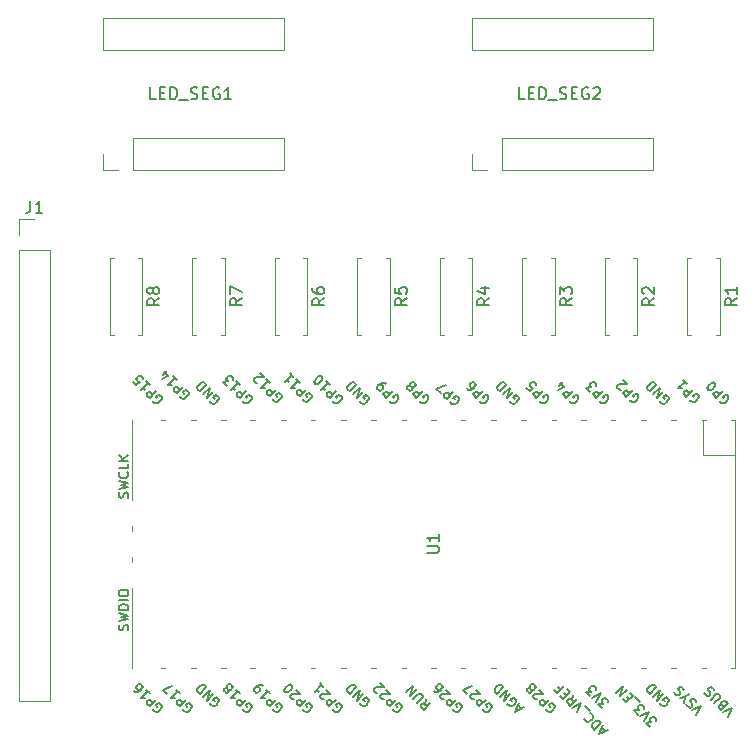
<source format=gto>
%TF.GenerationSoftware,KiCad,Pcbnew,(6.0.4)*%
%TF.CreationDate,2022-08-14T09:33:53+08:00*%
%TF.ProjectId,led_clock_board,6c65645f-636c-46f6-936b-5f626f617264,rev?*%
%TF.SameCoordinates,Original*%
%TF.FileFunction,Legend,Top*%
%TF.FilePolarity,Positive*%
%FSLAX46Y46*%
G04 Gerber Fmt 4.6, Leading zero omitted, Abs format (unit mm)*
G04 Created by KiCad (PCBNEW (6.0.4)) date 2022-08-14 09:33:53*
%MOMM*%
%LPD*%
G01*
G04 APERTURE LIST*
%ADD10C,0.150000*%
%ADD11C,0.120000*%
%ADD12R,1.700000X1.700000*%
%ADD13O,1.700000X1.700000*%
%ADD14C,1.600000*%
%ADD15O,1.600000X1.600000*%
%ADD16O,1.800000X1.800000*%
%ADD17O,1.500000X1.500000*%
%ADD18R,1.700000X3.500000*%
%ADD19R,3.500000X1.700000*%
G04 APERTURE END LIST*
D10*
%TO.C,LED_SEG2*%
X161409428Y-86812380D02*
X160933238Y-86812380D01*
X160933238Y-85812380D01*
X161742761Y-86288571D02*
X162076095Y-86288571D01*
X162218952Y-86812380D02*
X161742761Y-86812380D01*
X161742761Y-85812380D01*
X162218952Y-85812380D01*
X162647523Y-86812380D02*
X162647523Y-85812380D01*
X162885619Y-85812380D01*
X163028476Y-85860000D01*
X163123714Y-85955238D01*
X163171333Y-86050476D01*
X163218952Y-86240952D01*
X163218952Y-86383809D01*
X163171333Y-86574285D01*
X163123714Y-86669523D01*
X163028476Y-86764761D01*
X162885619Y-86812380D01*
X162647523Y-86812380D01*
X163409428Y-86907619D02*
X164171333Y-86907619D01*
X164361809Y-86764761D02*
X164504666Y-86812380D01*
X164742761Y-86812380D01*
X164838000Y-86764761D01*
X164885619Y-86717142D01*
X164933238Y-86621904D01*
X164933238Y-86526666D01*
X164885619Y-86431428D01*
X164838000Y-86383809D01*
X164742761Y-86336190D01*
X164552285Y-86288571D01*
X164457047Y-86240952D01*
X164409428Y-86193333D01*
X164361809Y-86098095D01*
X164361809Y-86002857D01*
X164409428Y-85907619D01*
X164457047Y-85860000D01*
X164552285Y-85812380D01*
X164790380Y-85812380D01*
X164933238Y-85860000D01*
X165361809Y-86288571D02*
X165695142Y-86288571D01*
X165838000Y-86812380D02*
X165361809Y-86812380D01*
X165361809Y-85812380D01*
X165838000Y-85812380D01*
X166790380Y-85860000D02*
X166695142Y-85812380D01*
X166552285Y-85812380D01*
X166409428Y-85860000D01*
X166314190Y-85955238D01*
X166266571Y-86050476D01*
X166218952Y-86240952D01*
X166218952Y-86383809D01*
X166266571Y-86574285D01*
X166314190Y-86669523D01*
X166409428Y-86764761D01*
X166552285Y-86812380D01*
X166647523Y-86812380D01*
X166790380Y-86764761D01*
X166838000Y-86717142D01*
X166838000Y-86383809D01*
X166647523Y-86383809D01*
X167218952Y-85907619D02*
X167266571Y-85860000D01*
X167361809Y-85812380D01*
X167599904Y-85812380D01*
X167695142Y-85860000D01*
X167742761Y-85907619D01*
X167790380Y-86002857D01*
X167790380Y-86098095D01*
X167742761Y-86240952D01*
X167171333Y-86812380D01*
X167790380Y-86812380D01*
%TO.C,R4*%
X158397380Y-103671666D02*
X157921190Y-104005000D01*
X158397380Y-104243095D02*
X157397380Y-104243095D01*
X157397380Y-103862142D01*
X157445000Y-103766904D01*
X157492619Y-103719285D01*
X157587857Y-103671666D01*
X157730714Y-103671666D01*
X157825952Y-103719285D01*
X157873571Y-103766904D01*
X157921190Y-103862142D01*
X157921190Y-104243095D01*
X157730714Y-102814523D02*
X158397380Y-102814523D01*
X157349761Y-103052619D02*
X158064047Y-103290714D01*
X158064047Y-102671666D01*
%TO.C,R3*%
X165382380Y-103671666D02*
X164906190Y-104005000D01*
X165382380Y-104243095D02*
X164382380Y-104243095D01*
X164382380Y-103862142D01*
X164430000Y-103766904D01*
X164477619Y-103719285D01*
X164572857Y-103671666D01*
X164715714Y-103671666D01*
X164810952Y-103719285D01*
X164858571Y-103766904D01*
X164906190Y-103862142D01*
X164906190Y-104243095D01*
X164382380Y-103338333D02*
X164382380Y-102719285D01*
X164763333Y-103052619D01*
X164763333Y-102909761D01*
X164810952Y-102814523D01*
X164858571Y-102766904D01*
X164953809Y-102719285D01*
X165191904Y-102719285D01*
X165287142Y-102766904D01*
X165334761Y-102814523D01*
X165382380Y-102909761D01*
X165382380Y-103195476D01*
X165334761Y-103290714D01*
X165287142Y-103338333D01*
%TO.C,J1*%
X119554666Y-95420380D02*
X119554666Y-96134666D01*
X119507047Y-96277523D01*
X119411809Y-96372761D01*
X119268952Y-96420380D01*
X119173714Y-96420380D01*
X120554666Y-96420380D02*
X119983238Y-96420380D01*
X120268952Y-96420380D02*
X120268952Y-95420380D01*
X120173714Y-95563238D01*
X120078476Y-95658476D01*
X119983238Y-95706095D01*
%TO.C,R1*%
X179352380Y-103671666D02*
X178876190Y-104005000D01*
X179352380Y-104243095D02*
X178352380Y-104243095D01*
X178352380Y-103862142D01*
X178400000Y-103766904D01*
X178447619Y-103719285D01*
X178542857Y-103671666D01*
X178685714Y-103671666D01*
X178780952Y-103719285D01*
X178828571Y-103766904D01*
X178876190Y-103862142D01*
X178876190Y-104243095D01*
X179352380Y-102719285D02*
X179352380Y-103290714D01*
X179352380Y-103005000D02*
X178352380Y-103005000D01*
X178495238Y-103100238D01*
X178590476Y-103195476D01*
X178638095Y-103290714D01*
%TO.C,R6*%
X144427380Y-103671666D02*
X143951190Y-104005000D01*
X144427380Y-104243095D02*
X143427380Y-104243095D01*
X143427380Y-103862142D01*
X143475000Y-103766904D01*
X143522619Y-103719285D01*
X143617857Y-103671666D01*
X143760714Y-103671666D01*
X143855952Y-103719285D01*
X143903571Y-103766904D01*
X143951190Y-103862142D01*
X143951190Y-104243095D01*
X143427380Y-102814523D02*
X143427380Y-103005000D01*
X143475000Y-103100238D01*
X143522619Y-103147857D01*
X143665476Y-103243095D01*
X143855952Y-103290714D01*
X144236904Y-103290714D01*
X144332142Y-103243095D01*
X144379761Y-103195476D01*
X144427380Y-103100238D01*
X144427380Y-102909761D01*
X144379761Y-102814523D01*
X144332142Y-102766904D01*
X144236904Y-102719285D01*
X143998809Y-102719285D01*
X143903571Y-102766904D01*
X143855952Y-102814523D01*
X143808333Y-102909761D01*
X143808333Y-103100238D01*
X143855952Y-103195476D01*
X143903571Y-103243095D01*
X143998809Y-103290714D01*
%TO.C,U1*%
X153122380Y-125221904D02*
X153931904Y-125221904D01*
X154027142Y-125174285D01*
X154074761Y-125126666D01*
X154122380Y-125031428D01*
X154122380Y-124840952D01*
X154074761Y-124745714D01*
X154027142Y-124698095D01*
X153931904Y-124650476D01*
X153122380Y-124650476D01*
X154122380Y-123650476D02*
X154122380Y-124221904D01*
X154122380Y-123936190D02*
X153122380Y-123936190D01*
X153265238Y-124031428D01*
X153360476Y-124126666D01*
X153408095Y-124221904D01*
X147468155Y-112373841D02*
X147495093Y-112454653D01*
X147575905Y-112535465D01*
X147683654Y-112589340D01*
X147791404Y-112589340D01*
X147872216Y-112562402D01*
X148006903Y-112481590D01*
X148087715Y-112400778D01*
X148168528Y-112266091D01*
X148195465Y-112185279D01*
X148195465Y-112077529D01*
X148141590Y-111969780D01*
X148087715Y-111915905D01*
X147979966Y-111862030D01*
X147926091Y-111862030D01*
X147737529Y-112050592D01*
X147845279Y-112158341D01*
X147737529Y-111565719D02*
X147171844Y-112131404D01*
X147414280Y-111242470D01*
X146848595Y-111808155D01*
X147144906Y-110973096D02*
X146579221Y-111538781D01*
X146444534Y-111404094D01*
X146390659Y-111296345D01*
X146390659Y-111188595D01*
X146417597Y-111107783D01*
X146498409Y-110973096D01*
X146579221Y-110892284D01*
X146713908Y-110811471D01*
X146794720Y-110784534D01*
X146902470Y-110784534D01*
X147010219Y-110838409D01*
X147144906Y-110973096D01*
X172028308Y-139937868D02*
X171678122Y-139587682D01*
X172082183Y-139560744D01*
X172001370Y-139479932D01*
X171974433Y-139399120D01*
X171974433Y-139345245D01*
X172001370Y-139264433D01*
X172136057Y-139129746D01*
X172216870Y-139102809D01*
X172270744Y-139102809D01*
X172351557Y-139129746D01*
X172513181Y-139291370D01*
X172540118Y-139372183D01*
X172540118Y-139426057D01*
X171516497Y-139426057D02*
X171893621Y-138671810D01*
X171139374Y-139048934D01*
X171004687Y-138914247D02*
X170654500Y-138564061D01*
X171058561Y-138537123D01*
X170977749Y-138456311D01*
X170950812Y-138375499D01*
X170950812Y-138321624D01*
X170977749Y-138240812D01*
X171112436Y-138106125D01*
X171193248Y-138079187D01*
X171247123Y-138079187D01*
X171327935Y-138106125D01*
X171489560Y-138267749D01*
X171516497Y-138348561D01*
X171516497Y-138402436D01*
X171166311Y-137836751D02*
X170735312Y-137405752D01*
X170250439Y-137621251D02*
X170061877Y-137432690D01*
X170277377Y-137055566D02*
X170546751Y-137324940D01*
X169981065Y-137890625D01*
X169711691Y-137621251D01*
X170034940Y-136813129D02*
X169469255Y-137378815D01*
X169711691Y-136489881D01*
X169146006Y-137055566D01*
X178597309Y-139106870D02*
X178974433Y-138352622D01*
X178220186Y-138729746D01*
X178112436Y-138083248D02*
X178058561Y-137975499D01*
X178058561Y-137921624D01*
X178085499Y-137840812D01*
X178166311Y-137759999D01*
X178247123Y-137733062D01*
X178300998Y-137733062D01*
X178381810Y-137759999D01*
X178597309Y-137975499D01*
X178031624Y-138541184D01*
X177843062Y-138352622D01*
X177816125Y-138271810D01*
X177816125Y-138217935D01*
X177843062Y-138137123D01*
X177896937Y-138083248D01*
X177977749Y-138056311D01*
X178031624Y-138056311D01*
X178112436Y-138083248D01*
X178300998Y-138271810D01*
X177465938Y-137975499D02*
X177923874Y-137517563D01*
X177950812Y-137436751D01*
X177950812Y-137382876D01*
X177923874Y-137302064D01*
X177816125Y-137194314D01*
X177735312Y-137167377D01*
X177681438Y-137167377D01*
X177600625Y-137194314D01*
X177142690Y-137652250D01*
X177439001Y-136871065D02*
X177385126Y-136763316D01*
X177250439Y-136628629D01*
X177169627Y-136601691D01*
X177115752Y-136601691D01*
X177034940Y-136628629D01*
X176981065Y-136682503D01*
X176954128Y-136763316D01*
X176954128Y-136817190D01*
X176981065Y-136898003D01*
X177061877Y-137032690D01*
X177088815Y-137113502D01*
X177088815Y-137167377D01*
X177061877Y-137248189D01*
X177008003Y-137302064D01*
X176927190Y-137329001D01*
X176873316Y-137329001D01*
X176792503Y-137302064D01*
X176657816Y-137167377D01*
X176603942Y-137059627D01*
X145160592Y-138470277D02*
X145187529Y-138551089D01*
X145268341Y-138631902D01*
X145376091Y-138685776D01*
X145483841Y-138685776D01*
X145564653Y-138658839D01*
X145699340Y-138578027D01*
X145780152Y-138497215D01*
X145860964Y-138362528D01*
X145887902Y-138281715D01*
X145887902Y-138173966D01*
X145834027Y-138066216D01*
X145780152Y-138012341D01*
X145672402Y-137958467D01*
X145618528Y-137958467D01*
X145429966Y-138147028D01*
X145537715Y-138254778D01*
X145429966Y-137662155D02*
X144864280Y-138227841D01*
X144648781Y-138012341D01*
X144621844Y-137931529D01*
X144621844Y-137877654D01*
X144648781Y-137796842D01*
X144729593Y-137716030D01*
X144810406Y-137689093D01*
X144864280Y-137689093D01*
X144945093Y-137716030D01*
X145160592Y-137931529D01*
X144379407Y-137635218D02*
X144325532Y-137635218D01*
X144244720Y-137608280D01*
X144110033Y-137473593D01*
X144083096Y-137392781D01*
X144083096Y-137338906D01*
X144110033Y-137258094D01*
X144163908Y-137204219D01*
X144271658Y-137150345D01*
X144918155Y-137150345D01*
X144567969Y-136800158D01*
X144029221Y-136261410D02*
X144352470Y-136584659D01*
X144190845Y-136423035D02*
X143625160Y-136988720D01*
X143759847Y-136961783D01*
X143867597Y-136961783D01*
X143948409Y-136988720D01*
X147468155Y-137973841D02*
X147495093Y-138054653D01*
X147575905Y-138135465D01*
X147683654Y-138189340D01*
X147791404Y-138189340D01*
X147872216Y-138162402D01*
X148006903Y-138081590D01*
X148087715Y-138000778D01*
X148168528Y-137866091D01*
X148195465Y-137785279D01*
X148195465Y-137677529D01*
X148141590Y-137569780D01*
X148087715Y-137515905D01*
X147979966Y-137462030D01*
X147926091Y-137462030D01*
X147737529Y-137650592D01*
X147845279Y-137758341D01*
X147737529Y-137165719D02*
X147171844Y-137731404D01*
X147414280Y-136842470D01*
X146848595Y-137408155D01*
X147144906Y-136573096D02*
X146579221Y-137138781D01*
X146444534Y-137004094D01*
X146390659Y-136896345D01*
X146390659Y-136788595D01*
X146417597Y-136707783D01*
X146498409Y-136573096D01*
X146579221Y-136492284D01*
X146713908Y-136411471D01*
X146794720Y-136384534D01*
X146902470Y-136384534D01*
X147010219Y-136438409D01*
X147144906Y-136573096D01*
X132470592Y-138470277D02*
X132497529Y-138551089D01*
X132578341Y-138631902D01*
X132686091Y-138685776D01*
X132793841Y-138685776D01*
X132874653Y-138658839D01*
X133009340Y-138578027D01*
X133090152Y-138497215D01*
X133170964Y-138362528D01*
X133197902Y-138281715D01*
X133197902Y-138173966D01*
X133144027Y-138066216D01*
X133090152Y-138012341D01*
X132982402Y-137958467D01*
X132928528Y-137958467D01*
X132739966Y-138147028D01*
X132847715Y-138254778D01*
X132739966Y-137662155D02*
X132174280Y-138227841D01*
X131958781Y-138012341D01*
X131931844Y-137931529D01*
X131931844Y-137877654D01*
X131958781Y-137796842D01*
X132039593Y-137716030D01*
X132120406Y-137689093D01*
X132174280Y-137689093D01*
X132255093Y-137716030D01*
X132470592Y-137931529D01*
X131877969Y-136800158D02*
X132201218Y-137123407D01*
X132039593Y-136961783D02*
X131473908Y-137527468D01*
X131608595Y-137500531D01*
X131716345Y-137500531D01*
X131797157Y-137527468D01*
X131123722Y-137177282D02*
X130746598Y-136800158D01*
X131554720Y-136476910D01*
X142630592Y-112208277D02*
X142657529Y-112289089D01*
X142738341Y-112369902D01*
X142846091Y-112423776D01*
X142953841Y-112423776D01*
X143034653Y-112396839D01*
X143169340Y-112316027D01*
X143250152Y-112235215D01*
X143330964Y-112100528D01*
X143357902Y-112019715D01*
X143357902Y-111911966D01*
X143304027Y-111804216D01*
X143250152Y-111750341D01*
X143142402Y-111696467D01*
X143088528Y-111696467D01*
X142899966Y-111885028D01*
X143007715Y-111992778D01*
X142899966Y-111400155D02*
X142334280Y-111965841D01*
X142118781Y-111750341D01*
X142091844Y-111669529D01*
X142091844Y-111615654D01*
X142118781Y-111534842D01*
X142199593Y-111454030D01*
X142280406Y-111427093D01*
X142334280Y-111427093D01*
X142415093Y-111454030D01*
X142630592Y-111669529D01*
X142037969Y-110538158D02*
X142361218Y-110861407D01*
X142199593Y-110699783D02*
X141633908Y-111265468D01*
X141768595Y-111238531D01*
X141876345Y-111238531D01*
X141957157Y-111265468D01*
X141499221Y-109999410D02*
X141822470Y-110322659D01*
X141660845Y-110161035D02*
X141095160Y-110726720D01*
X141229847Y-110699783D01*
X141337597Y-110699783D01*
X141418409Y-110726720D01*
X134768155Y-112373841D02*
X134795093Y-112454653D01*
X134875905Y-112535465D01*
X134983654Y-112589340D01*
X135091404Y-112589340D01*
X135172216Y-112562402D01*
X135306903Y-112481590D01*
X135387715Y-112400778D01*
X135468528Y-112266091D01*
X135495465Y-112185279D01*
X135495465Y-112077529D01*
X135441590Y-111969780D01*
X135387715Y-111915905D01*
X135279966Y-111862030D01*
X135226091Y-111862030D01*
X135037529Y-112050592D01*
X135145279Y-112158341D01*
X135037529Y-111565719D02*
X134471844Y-112131404D01*
X134714280Y-111242470D01*
X134148595Y-111808155D01*
X134444906Y-110973096D02*
X133879221Y-111538781D01*
X133744534Y-111404094D01*
X133690659Y-111296345D01*
X133690659Y-111188595D01*
X133717597Y-111107783D01*
X133798409Y-110973096D01*
X133879221Y-110892284D01*
X134013908Y-110811471D01*
X134094720Y-110784534D01*
X134202470Y-110784534D01*
X134310219Y-110838409D01*
X134444906Y-110973096D01*
X162681218Y-112346903D02*
X162708155Y-112427715D01*
X162788967Y-112508528D01*
X162896717Y-112562402D01*
X163004467Y-112562402D01*
X163085279Y-112535465D01*
X163219966Y-112454653D01*
X163300778Y-112373841D01*
X163381590Y-112239154D01*
X163408528Y-112158341D01*
X163408528Y-112050592D01*
X163354653Y-111942842D01*
X163300778Y-111888967D01*
X163193028Y-111835093D01*
X163139154Y-111835093D01*
X162950592Y-112023654D01*
X163058341Y-112131404D01*
X162950592Y-111538781D02*
X162384906Y-112104467D01*
X162169407Y-111888967D01*
X162142470Y-111808155D01*
X162142470Y-111754280D01*
X162169407Y-111673468D01*
X162250219Y-111592656D01*
X162331032Y-111565719D01*
X162384906Y-111565719D01*
X162465719Y-111592656D01*
X162681218Y-111808155D01*
X161549847Y-111269407D02*
X161819221Y-111538781D01*
X162115532Y-111296345D01*
X162061658Y-111296345D01*
X161980845Y-111269407D01*
X161846158Y-111134720D01*
X161819221Y-111053908D01*
X161819221Y-111000033D01*
X161846158Y-110919221D01*
X161980845Y-110784534D01*
X162061658Y-110757597D01*
X162115532Y-110757597D01*
X162196345Y-110784534D01*
X162331032Y-110919221D01*
X162357969Y-111000033D01*
X162357969Y-111053908D01*
X132216592Y-111954277D02*
X132243529Y-112035089D01*
X132324341Y-112115902D01*
X132432091Y-112169776D01*
X132539841Y-112169776D01*
X132620653Y-112142839D01*
X132755340Y-112062027D01*
X132836152Y-111981215D01*
X132916964Y-111846528D01*
X132943902Y-111765715D01*
X132943902Y-111657966D01*
X132890027Y-111550216D01*
X132836152Y-111496341D01*
X132728402Y-111442467D01*
X132674528Y-111442467D01*
X132485966Y-111631028D01*
X132593715Y-111738778D01*
X132485966Y-111146155D02*
X131920280Y-111711841D01*
X131704781Y-111496341D01*
X131677844Y-111415529D01*
X131677844Y-111361654D01*
X131704781Y-111280842D01*
X131785593Y-111200030D01*
X131866406Y-111173093D01*
X131920280Y-111173093D01*
X132001093Y-111200030D01*
X132216592Y-111415529D01*
X131623969Y-110284158D02*
X131947218Y-110607407D01*
X131785593Y-110445783D02*
X131219908Y-111011468D01*
X131354595Y-110984531D01*
X131462345Y-110984531D01*
X131543157Y-111011468D01*
X130761972Y-110176409D02*
X131139096Y-109799285D01*
X130681160Y-110526595D02*
X131219908Y-110257221D01*
X130869722Y-109907035D01*
X129930592Y-112362277D02*
X129957529Y-112443089D01*
X130038341Y-112523902D01*
X130146091Y-112577776D01*
X130253841Y-112577776D01*
X130334653Y-112550839D01*
X130469340Y-112470027D01*
X130550152Y-112389215D01*
X130630964Y-112254528D01*
X130657902Y-112173715D01*
X130657902Y-112065966D01*
X130604027Y-111958216D01*
X130550152Y-111904341D01*
X130442402Y-111850467D01*
X130388528Y-111850467D01*
X130199966Y-112039028D01*
X130307715Y-112146778D01*
X130199966Y-111554155D02*
X129634280Y-112119841D01*
X129418781Y-111904341D01*
X129391844Y-111823529D01*
X129391844Y-111769654D01*
X129418781Y-111688842D01*
X129499593Y-111608030D01*
X129580406Y-111581093D01*
X129634280Y-111581093D01*
X129715093Y-111608030D01*
X129930592Y-111823529D01*
X129337969Y-110692158D02*
X129661218Y-111015407D01*
X129499593Y-110853783D02*
X128933908Y-111419468D01*
X129068595Y-111392531D01*
X129176345Y-111392531D01*
X129257157Y-111419468D01*
X128260473Y-110746033D02*
X128529847Y-111015407D01*
X128826158Y-110772971D01*
X128772284Y-110772971D01*
X128691471Y-110746033D01*
X128556784Y-110611346D01*
X128529847Y-110530534D01*
X128529847Y-110476659D01*
X128556784Y-110395847D01*
X128691471Y-110261160D01*
X128772284Y-110234223D01*
X128826158Y-110234223D01*
X128906971Y-110261160D01*
X129041658Y-110395847D01*
X129068595Y-110476659D01*
X129068595Y-110530534D01*
X140090592Y-138470277D02*
X140117529Y-138551089D01*
X140198341Y-138631902D01*
X140306091Y-138685776D01*
X140413841Y-138685776D01*
X140494653Y-138658839D01*
X140629340Y-138578027D01*
X140710152Y-138497215D01*
X140790964Y-138362528D01*
X140817902Y-138281715D01*
X140817902Y-138173966D01*
X140764027Y-138066216D01*
X140710152Y-138012341D01*
X140602402Y-137958467D01*
X140548528Y-137958467D01*
X140359966Y-138147028D01*
X140467715Y-138254778D01*
X140359966Y-137662155D02*
X139794280Y-138227841D01*
X139578781Y-138012341D01*
X139551844Y-137931529D01*
X139551844Y-137877654D01*
X139578781Y-137796842D01*
X139659593Y-137716030D01*
X139740406Y-137689093D01*
X139794280Y-137689093D01*
X139875093Y-137716030D01*
X140090592Y-137931529D01*
X139497969Y-136800158D02*
X139821218Y-137123407D01*
X139659593Y-136961783D02*
X139093908Y-137527468D01*
X139228595Y-137500531D01*
X139336345Y-137500531D01*
X139417157Y-137527468D01*
X139228595Y-136530784D02*
X139120845Y-136423035D01*
X139040033Y-136396097D01*
X138986158Y-136396097D01*
X138851471Y-136423035D01*
X138716784Y-136503847D01*
X138501285Y-136719346D01*
X138474348Y-136800158D01*
X138474348Y-136854033D01*
X138501285Y-136934845D01*
X138609035Y-137042595D01*
X138689847Y-137069532D01*
X138743722Y-137069532D01*
X138824534Y-137042595D01*
X138959221Y-136907908D01*
X138986158Y-136827096D01*
X138986158Y-136773221D01*
X138959221Y-136692409D01*
X138851471Y-136584659D01*
X138770659Y-136557722D01*
X138716784Y-136557722D01*
X138635972Y-136584659D01*
X142630592Y-138470277D02*
X142657529Y-138551089D01*
X142738341Y-138631902D01*
X142846091Y-138685776D01*
X142953841Y-138685776D01*
X143034653Y-138658839D01*
X143169340Y-138578027D01*
X143250152Y-138497215D01*
X143330964Y-138362528D01*
X143357902Y-138281715D01*
X143357902Y-138173966D01*
X143304027Y-138066216D01*
X143250152Y-138012341D01*
X143142402Y-137958467D01*
X143088528Y-137958467D01*
X142899966Y-138147028D01*
X143007715Y-138254778D01*
X142899966Y-137662155D02*
X142334280Y-138227841D01*
X142118781Y-138012341D01*
X142091844Y-137931529D01*
X142091844Y-137877654D01*
X142118781Y-137796842D01*
X142199593Y-137716030D01*
X142280406Y-137689093D01*
X142334280Y-137689093D01*
X142415093Y-137716030D01*
X142630592Y-137931529D01*
X141849407Y-137635218D02*
X141795532Y-137635218D01*
X141714720Y-137608280D01*
X141580033Y-137473593D01*
X141553096Y-137392781D01*
X141553096Y-137338906D01*
X141580033Y-137258094D01*
X141633908Y-137204219D01*
X141741658Y-137150345D01*
X142388155Y-137150345D01*
X142037969Y-136800158D01*
X141122097Y-137015658D02*
X141068223Y-136961783D01*
X141041285Y-136880971D01*
X141041285Y-136827096D01*
X141068223Y-136746284D01*
X141149035Y-136611597D01*
X141283722Y-136476910D01*
X141418409Y-136396097D01*
X141499221Y-136369160D01*
X141553096Y-136369160D01*
X141633908Y-136396097D01*
X141687783Y-136449972D01*
X141714720Y-136530784D01*
X141714720Y-136584659D01*
X141687783Y-136665471D01*
X141606971Y-136800158D01*
X141472284Y-136934845D01*
X141337597Y-137015658D01*
X141256784Y-137042595D01*
X141202910Y-137042595D01*
X141122097Y-137015658D01*
X137550592Y-112362277D02*
X137577529Y-112443089D01*
X137658341Y-112523902D01*
X137766091Y-112577776D01*
X137873841Y-112577776D01*
X137954653Y-112550839D01*
X138089340Y-112470027D01*
X138170152Y-112389215D01*
X138250964Y-112254528D01*
X138277902Y-112173715D01*
X138277902Y-112065966D01*
X138224027Y-111958216D01*
X138170152Y-111904341D01*
X138062402Y-111850467D01*
X138008528Y-111850467D01*
X137819966Y-112039028D01*
X137927715Y-112146778D01*
X137819966Y-111554155D02*
X137254280Y-112119841D01*
X137038781Y-111904341D01*
X137011844Y-111823529D01*
X137011844Y-111769654D01*
X137038781Y-111688842D01*
X137119593Y-111608030D01*
X137200406Y-111581093D01*
X137254280Y-111581093D01*
X137335093Y-111608030D01*
X137550592Y-111823529D01*
X136957969Y-110692158D02*
X137281218Y-111015407D01*
X137119593Y-110853783D02*
X136553908Y-111419468D01*
X136688595Y-111392531D01*
X136796345Y-111392531D01*
X136877157Y-111419468D01*
X136203722Y-111069282D02*
X135853536Y-110719096D01*
X136257597Y-110692158D01*
X136176784Y-110611346D01*
X136149847Y-110530534D01*
X136149847Y-110476659D01*
X136176784Y-110395847D01*
X136311471Y-110261160D01*
X136392284Y-110234223D01*
X136446158Y-110234223D01*
X136526971Y-110261160D01*
X136688595Y-110422784D01*
X136715532Y-110503597D01*
X136715532Y-110557471D01*
X168203773Y-140305211D02*
X167934399Y-140035837D01*
X168419272Y-140197462D02*
X167665025Y-140574585D01*
X168042149Y-139820338D01*
X167853587Y-139631776D02*
X167287902Y-140197462D01*
X167153215Y-140062775D01*
X167099340Y-139955025D01*
X167099340Y-139847276D01*
X167126277Y-139766463D01*
X167207089Y-139631776D01*
X167287902Y-139550964D01*
X167422589Y-139470152D01*
X167503401Y-139443215D01*
X167611150Y-139443215D01*
X167718900Y-139497089D01*
X167853587Y-139631776D01*
X166910778Y-138796717D02*
X166964653Y-138796717D01*
X167072402Y-138850592D01*
X167126277Y-138904467D01*
X167180152Y-139012216D01*
X167180152Y-139119966D01*
X167153215Y-139200778D01*
X167072402Y-139335465D01*
X166991590Y-139416277D01*
X166856903Y-139497089D01*
X166776091Y-139524027D01*
X166668341Y-139524027D01*
X166560592Y-139470152D01*
X166506717Y-139416277D01*
X166452842Y-139308528D01*
X166452842Y-139254653D01*
X166910778Y-138581218D02*
X166479780Y-138150219D01*
X165806345Y-138715905D02*
X166183468Y-137961658D01*
X165429221Y-138338781D01*
X165483096Y-137261285D02*
X165402284Y-137719221D01*
X165806345Y-137584534D02*
X165240659Y-138150219D01*
X165025160Y-137934720D01*
X164998223Y-137853908D01*
X164998223Y-137800033D01*
X165025160Y-137719221D01*
X165105972Y-137638409D01*
X165186784Y-137611471D01*
X165240659Y-137611471D01*
X165321471Y-137638409D01*
X165536971Y-137853908D01*
X164944348Y-137315160D02*
X164755786Y-137126598D01*
X164971285Y-136749475D02*
X165240659Y-137018849D01*
X164674974Y-137584534D01*
X164405600Y-137315160D01*
X164243975Y-136614788D02*
X164432537Y-136803349D01*
X164728849Y-136507038D02*
X164163163Y-137072723D01*
X163893789Y-136803349D01*
X175919966Y-138939526D02*
X176297089Y-138185279D01*
X175542842Y-138562402D01*
X175919966Y-137862030D02*
X175866091Y-137754280D01*
X175731404Y-137619593D01*
X175650592Y-137592656D01*
X175596717Y-137592656D01*
X175515905Y-137619593D01*
X175462030Y-137673468D01*
X175435093Y-137754280D01*
X175435093Y-137808155D01*
X175462030Y-137888967D01*
X175542842Y-138023654D01*
X175569780Y-138104467D01*
X175569780Y-138158341D01*
X175542842Y-138239154D01*
X175488967Y-138293028D01*
X175408155Y-138319966D01*
X175354280Y-138319966D01*
X175273468Y-138293028D01*
X175138781Y-138158341D01*
X175084906Y-138050592D01*
X175004094Y-137431032D02*
X175273468Y-137161658D01*
X174896345Y-137915905D02*
X175004094Y-137431032D01*
X174519221Y-137538781D01*
X174896345Y-136838409D02*
X174842470Y-136730659D01*
X174707783Y-136595972D01*
X174626971Y-136569035D01*
X174573096Y-136569035D01*
X174492284Y-136595972D01*
X174438409Y-136649847D01*
X174411471Y-136730659D01*
X174411471Y-136784534D01*
X174438409Y-136865346D01*
X174519221Y-137000033D01*
X174546158Y-137080845D01*
X174546158Y-137134720D01*
X174519221Y-137215532D01*
X174465346Y-137269407D01*
X174384534Y-137296345D01*
X174330659Y-137296345D01*
X174249847Y-137269407D01*
X174115160Y-137134720D01*
X174061285Y-137026971D01*
X160168155Y-112373841D02*
X160195093Y-112454653D01*
X160275905Y-112535465D01*
X160383654Y-112589340D01*
X160491404Y-112589340D01*
X160572216Y-112562402D01*
X160706903Y-112481590D01*
X160787715Y-112400778D01*
X160868528Y-112266091D01*
X160895465Y-112185279D01*
X160895465Y-112077529D01*
X160841590Y-111969780D01*
X160787715Y-111915905D01*
X160679966Y-111862030D01*
X160626091Y-111862030D01*
X160437529Y-112050592D01*
X160545279Y-112158341D01*
X160437529Y-111565719D02*
X159871844Y-112131404D01*
X160114280Y-111242470D01*
X159548595Y-111808155D01*
X159844906Y-110973096D02*
X159279221Y-111538781D01*
X159144534Y-111404094D01*
X159090659Y-111296345D01*
X159090659Y-111188595D01*
X159117597Y-111107783D01*
X159198409Y-110973096D01*
X159279221Y-110892284D01*
X159413908Y-110811471D01*
X159494720Y-110784534D01*
X159602470Y-110784534D01*
X159710219Y-110838409D01*
X159844906Y-110973096D01*
X172868155Y-137973841D02*
X172895093Y-138054653D01*
X172975905Y-138135465D01*
X173083654Y-138189340D01*
X173191404Y-138189340D01*
X173272216Y-138162402D01*
X173406903Y-138081590D01*
X173487715Y-138000778D01*
X173568528Y-137866091D01*
X173595465Y-137785279D01*
X173595465Y-137677529D01*
X173541590Y-137569780D01*
X173487715Y-137515905D01*
X173379966Y-137462030D01*
X173326091Y-137462030D01*
X173137529Y-137650592D01*
X173245279Y-137758341D01*
X173137529Y-137165719D02*
X172571844Y-137731404D01*
X172814280Y-136842470D01*
X172248595Y-137408155D01*
X172544906Y-136573096D02*
X171979221Y-137138781D01*
X171844534Y-137004094D01*
X171790659Y-136896345D01*
X171790659Y-136788595D01*
X171817597Y-136707783D01*
X171898409Y-136573096D01*
X171979221Y-136492284D01*
X172113908Y-136411471D01*
X172194720Y-136384534D01*
X172302470Y-136384534D01*
X172410219Y-136438409D01*
X172544906Y-136573096D01*
X153073435Y-137621624D02*
X152992622Y-138079560D01*
X153396683Y-137944873D02*
X152830998Y-138510558D01*
X152615499Y-138295059D01*
X152588561Y-138214247D01*
X152588561Y-138160372D01*
X152615499Y-138079560D01*
X152696311Y-137998748D01*
X152777123Y-137971810D01*
X152830998Y-137971810D01*
X152911810Y-137998748D01*
X153127309Y-138214247D01*
X152265312Y-137944873D02*
X152723248Y-137486937D01*
X152750186Y-137406125D01*
X152750186Y-137352250D01*
X152723248Y-137271438D01*
X152615499Y-137163688D01*
X152534687Y-137136751D01*
X152480812Y-137136751D01*
X152400000Y-137163688D01*
X151942064Y-137621624D01*
X152238375Y-136786564D02*
X151672690Y-137352250D01*
X151915126Y-136463316D01*
X151349441Y-137029001D01*
X152521218Y-112346903D02*
X152548155Y-112427715D01*
X152628967Y-112508528D01*
X152736717Y-112562402D01*
X152844467Y-112562402D01*
X152925279Y-112535465D01*
X153059966Y-112454653D01*
X153140778Y-112373841D01*
X153221590Y-112239154D01*
X153248528Y-112158341D01*
X153248528Y-112050592D01*
X153194653Y-111942842D01*
X153140778Y-111888967D01*
X153033028Y-111835093D01*
X152979154Y-111835093D01*
X152790592Y-112023654D01*
X152898341Y-112131404D01*
X152790592Y-111538781D02*
X152224906Y-112104467D01*
X152009407Y-111888967D01*
X151982470Y-111808155D01*
X151982470Y-111754280D01*
X152009407Y-111673468D01*
X152090219Y-111592656D01*
X152171032Y-111565719D01*
X152224906Y-111565719D01*
X152305719Y-111592656D01*
X152521218Y-111808155D01*
X151820845Y-111215532D02*
X151847783Y-111296345D01*
X151847783Y-111350219D01*
X151820845Y-111431032D01*
X151793908Y-111457969D01*
X151713096Y-111484906D01*
X151659221Y-111484906D01*
X151578409Y-111457969D01*
X151470659Y-111350219D01*
X151443722Y-111269407D01*
X151443722Y-111215532D01*
X151470659Y-111134720D01*
X151497597Y-111107783D01*
X151578409Y-111080845D01*
X151632284Y-111080845D01*
X151713096Y-111107783D01*
X151820845Y-111215532D01*
X151901658Y-111242470D01*
X151955532Y-111242470D01*
X152036345Y-111215532D01*
X152144094Y-111107783D01*
X152171032Y-111026971D01*
X152171032Y-110973096D01*
X152144094Y-110892284D01*
X152036345Y-110784534D01*
X151955532Y-110757597D01*
X151901658Y-110757597D01*
X151820845Y-110784534D01*
X151713096Y-110892284D01*
X151686158Y-110973096D01*
X151686158Y-111026971D01*
X151713096Y-111107783D01*
X170301218Y-112246903D02*
X170328155Y-112327715D01*
X170408967Y-112408528D01*
X170516717Y-112462402D01*
X170624467Y-112462402D01*
X170705279Y-112435465D01*
X170839966Y-112354653D01*
X170920778Y-112273841D01*
X171001590Y-112139154D01*
X171028528Y-112058341D01*
X171028528Y-111950592D01*
X170974653Y-111842842D01*
X170920778Y-111788967D01*
X170813028Y-111735093D01*
X170759154Y-111735093D01*
X170570592Y-111923654D01*
X170678341Y-112031404D01*
X170570592Y-111438781D02*
X170004906Y-112004467D01*
X169789407Y-111788967D01*
X169762470Y-111708155D01*
X169762470Y-111654280D01*
X169789407Y-111573468D01*
X169870219Y-111492656D01*
X169951032Y-111465719D01*
X170004906Y-111465719D01*
X170085719Y-111492656D01*
X170301218Y-111708155D01*
X169520033Y-111411844D02*
X169466158Y-111411844D01*
X169385346Y-111384906D01*
X169250659Y-111250219D01*
X169223722Y-111169407D01*
X169223722Y-111115532D01*
X169250659Y-111034720D01*
X169304534Y-110980845D01*
X169412284Y-110926971D01*
X170058781Y-110926971D01*
X169708595Y-110576784D01*
X167761218Y-112346903D02*
X167788155Y-112427715D01*
X167868967Y-112508528D01*
X167976717Y-112562402D01*
X168084467Y-112562402D01*
X168165279Y-112535465D01*
X168299966Y-112454653D01*
X168380778Y-112373841D01*
X168461590Y-112239154D01*
X168488528Y-112158341D01*
X168488528Y-112050592D01*
X168434653Y-111942842D01*
X168380778Y-111888967D01*
X168273028Y-111835093D01*
X168219154Y-111835093D01*
X168030592Y-112023654D01*
X168138341Y-112131404D01*
X168030592Y-111538781D02*
X167464906Y-112104467D01*
X167249407Y-111888967D01*
X167222470Y-111808155D01*
X167222470Y-111754280D01*
X167249407Y-111673468D01*
X167330219Y-111592656D01*
X167411032Y-111565719D01*
X167464906Y-111565719D01*
X167545719Y-111592656D01*
X167761218Y-111808155D01*
X166953096Y-111592656D02*
X166602910Y-111242470D01*
X167006971Y-111215532D01*
X166926158Y-111134720D01*
X166899221Y-111053908D01*
X166899221Y-111000033D01*
X166926158Y-110919221D01*
X167060845Y-110784534D01*
X167141658Y-110757597D01*
X167195532Y-110757597D01*
X167276345Y-110784534D01*
X167437969Y-110946158D01*
X167464906Y-111026971D01*
X167464906Y-111080845D01*
X167960592Y-138370152D02*
X167610406Y-138019966D01*
X168014467Y-137993028D01*
X167933654Y-137912216D01*
X167906717Y-137831404D01*
X167906717Y-137777529D01*
X167933654Y-137696717D01*
X168068341Y-137562030D01*
X168149154Y-137535093D01*
X168203028Y-137535093D01*
X168283841Y-137562030D01*
X168445465Y-137723654D01*
X168472402Y-137804467D01*
X168472402Y-137858341D01*
X167448781Y-137858341D02*
X167825905Y-137104094D01*
X167071658Y-137481218D01*
X166936971Y-137346531D02*
X166586784Y-136996345D01*
X166990845Y-136969407D01*
X166910033Y-136888595D01*
X166883096Y-136807783D01*
X166883096Y-136753908D01*
X166910033Y-136673096D01*
X167044720Y-136538409D01*
X167125532Y-136511471D01*
X167179407Y-136511471D01*
X167260219Y-136538409D01*
X167421844Y-136700033D01*
X167448781Y-136780845D01*
X167448781Y-136834720D01*
X163204592Y-138470277D02*
X163231529Y-138551089D01*
X163312341Y-138631902D01*
X163420091Y-138685776D01*
X163527841Y-138685776D01*
X163608653Y-138658839D01*
X163743340Y-138578027D01*
X163824152Y-138497215D01*
X163904964Y-138362528D01*
X163931902Y-138281715D01*
X163931902Y-138173966D01*
X163878027Y-138066216D01*
X163824152Y-138012341D01*
X163716402Y-137958467D01*
X163662528Y-137958467D01*
X163473966Y-138147028D01*
X163581715Y-138254778D01*
X163473966Y-137662155D02*
X162908280Y-138227841D01*
X162692781Y-138012341D01*
X162665844Y-137931529D01*
X162665844Y-137877654D01*
X162692781Y-137796842D01*
X162773593Y-137716030D01*
X162854406Y-137689093D01*
X162908280Y-137689093D01*
X162989093Y-137716030D01*
X163204592Y-137931529D01*
X162423407Y-137635218D02*
X162369532Y-137635218D01*
X162288720Y-137608280D01*
X162154033Y-137473593D01*
X162127096Y-137392781D01*
X162127096Y-137338906D01*
X162154033Y-137258094D01*
X162207908Y-137204219D01*
X162315658Y-137150345D01*
X162962155Y-137150345D01*
X162611969Y-136800158D01*
X161965471Y-136800158D02*
X161992409Y-136880971D01*
X161992409Y-136934845D01*
X161965471Y-137015658D01*
X161938534Y-137042595D01*
X161857722Y-137069532D01*
X161803847Y-137069532D01*
X161723035Y-137042595D01*
X161615285Y-136934845D01*
X161588348Y-136854033D01*
X161588348Y-136800158D01*
X161615285Y-136719346D01*
X161642223Y-136692409D01*
X161723035Y-136665471D01*
X161776910Y-136665471D01*
X161857722Y-136692409D01*
X161965471Y-136800158D01*
X162046284Y-136827096D01*
X162100158Y-136827096D01*
X162180971Y-136800158D01*
X162288720Y-136692409D01*
X162315658Y-136611597D01*
X162315658Y-136557722D01*
X162288720Y-136476910D01*
X162180971Y-136369160D01*
X162100158Y-136342223D01*
X162046284Y-136342223D01*
X161965471Y-136369160D01*
X161857722Y-136476910D01*
X161830784Y-136557722D01*
X161830784Y-136611597D01*
X161857722Y-136692409D01*
X137550592Y-138470277D02*
X137577529Y-138551089D01*
X137658341Y-138631902D01*
X137766091Y-138685776D01*
X137873841Y-138685776D01*
X137954653Y-138658839D01*
X138089340Y-138578027D01*
X138170152Y-138497215D01*
X138250964Y-138362528D01*
X138277902Y-138281715D01*
X138277902Y-138173966D01*
X138224027Y-138066216D01*
X138170152Y-138012341D01*
X138062402Y-137958467D01*
X138008528Y-137958467D01*
X137819966Y-138147028D01*
X137927715Y-138254778D01*
X137819966Y-137662155D02*
X137254280Y-138227841D01*
X137038781Y-138012341D01*
X137011844Y-137931529D01*
X137011844Y-137877654D01*
X137038781Y-137796842D01*
X137119593Y-137716030D01*
X137200406Y-137689093D01*
X137254280Y-137689093D01*
X137335093Y-137716030D01*
X137550592Y-137931529D01*
X136957969Y-136800158D02*
X137281218Y-137123407D01*
X137119593Y-136961783D02*
X136553908Y-137527468D01*
X136688595Y-137500531D01*
X136796345Y-137500531D01*
X136877157Y-137527468D01*
X136311471Y-136800158D02*
X136338409Y-136880971D01*
X136338409Y-136934845D01*
X136311471Y-137015658D01*
X136284534Y-137042595D01*
X136203722Y-137069532D01*
X136149847Y-137069532D01*
X136069035Y-137042595D01*
X135961285Y-136934845D01*
X135934348Y-136854033D01*
X135934348Y-136800158D01*
X135961285Y-136719346D01*
X135988223Y-136692409D01*
X136069035Y-136665471D01*
X136122910Y-136665471D01*
X136203722Y-136692409D01*
X136311471Y-136800158D01*
X136392284Y-136827096D01*
X136446158Y-136827096D01*
X136526971Y-136800158D01*
X136634720Y-136692409D01*
X136661658Y-136611597D01*
X136661658Y-136557722D01*
X136634720Y-136476910D01*
X136526971Y-136369160D01*
X136446158Y-136342223D01*
X136392284Y-136342223D01*
X136311471Y-136369160D01*
X136203722Y-136476910D01*
X136176784Y-136557722D01*
X136176784Y-136611597D01*
X136203722Y-136692409D01*
X127793809Y-131755238D02*
X127831904Y-131640952D01*
X127831904Y-131450476D01*
X127793809Y-131374285D01*
X127755714Y-131336190D01*
X127679523Y-131298095D01*
X127603333Y-131298095D01*
X127527142Y-131336190D01*
X127489047Y-131374285D01*
X127450952Y-131450476D01*
X127412857Y-131602857D01*
X127374761Y-131679047D01*
X127336666Y-131717142D01*
X127260476Y-131755238D01*
X127184285Y-131755238D01*
X127108095Y-131717142D01*
X127070000Y-131679047D01*
X127031904Y-131602857D01*
X127031904Y-131412380D01*
X127070000Y-131298095D01*
X127031904Y-131031428D02*
X127831904Y-130840952D01*
X127260476Y-130688571D01*
X127831904Y-130536190D01*
X127031904Y-130345714D01*
X127831904Y-130040952D02*
X127031904Y-130040952D01*
X127031904Y-129850476D01*
X127070000Y-129736190D01*
X127146190Y-129660000D01*
X127222380Y-129621904D01*
X127374761Y-129583809D01*
X127489047Y-129583809D01*
X127641428Y-129621904D01*
X127717619Y-129660000D01*
X127793809Y-129736190D01*
X127831904Y-129850476D01*
X127831904Y-130040952D01*
X127831904Y-129240952D02*
X127031904Y-129240952D01*
X127031904Y-128707619D02*
X127031904Y-128555238D01*
X127070000Y-128479047D01*
X127146190Y-128402857D01*
X127298571Y-128364761D01*
X127565238Y-128364761D01*
X127717619Y-128402857D01*
X127793809Y-128479047D01*
X127831904Y-128555238D01*
X127831904Y-128707619D01*
X127793809Y-128783809D01*
X127717619Y-128860000D01*
X127565238Y-128898095D01*
X127298571Y-128898095D01*
X127146190Y-128860000D01*
X127070000Y-128783809D01*
X127031904Y-128707619D01*
X172868155Y-112373841D02*
X172895093Y-112454653D01*
X172975905Y-112535465D01*
X173083654Y-112589340D01*
X173191404Y-112589340D01*
X173272216Y-112562402D01*
X173406903Y-112481590D01*
X173487715Y-112400778D01*
X173568528Y-112266091D01*
X173595465Y-112185279D01*
X173595465Y-112077529D01*
X173541590Y-111969780D01*
X173487715Y-111915905D01*
X173379966Y-111862030D01*
X173326091Y-111862030D01*
X173137529Y-112050592D01*
X173245279Y-112158341D01*
X173137529Y-111565719D02*
X172571844Y-112131404D01*
X172814280Y-111242470D01*
X172248595Y-111808155D01*
X172544906Y-110973096D02*
X171979221Y-111538781D01*
X171844534Y-111404094D01*
X171790659Y-111296345D01*
X171790659Y-111188595D01*
X171817597Y-111107783D01*
X171898409Y-110973096D01*
X171979221Y-110892284D01*
X172113908Y-110811471D01*
X172194720Y-110784534D01*
X172302470Y-110784534D01*
X172410219Y-110838409D01*
X172544906Y-110973096D01*
X149981218Y-112346903D02*
X150008155Y-112427715D01*
X150088967Y-112508528D01*
X150196717Y-112562402D01*
X150304467Y-112562402D01*
X150385279Y-112535465D01*
X150519966Y-112454653D01*
X150600778Y-112373841D01*
X150681590Y-112239154D01*
X150708528Y-112158341D01*
X150708528Y-112050592D01*
X150654653Y-111942842D01*
X150600778Y-111888967D01*
X150493028Y-111835093D01*
X150439154Y-111835093D01*
X150250592Y-112023654D01*
X150358341Y-112131404D01*
X150250592Y-111538781D02*
X149684906Y-112104467D01*
X149469407Y-111888967D01*
X149442470Y-111808155D01*
X149442470Y-111754280D01*
X149469407Y-111673468D01*
X149550219Y-111592656D01*
X149631032Y-111565719D01*
X149684906Y-111565719D01*
X149765719Y-111592656D01*
X149981218Y-111808155D01*
X149657969Y-110946158D02*
X149550219Y-110838409D01*
X149469407Y-110811471D01*
X149415532Y-110811471D01*
X149280845Y-110838409D01*
X149146158Y-110919221D01*
X148930659Y-111134720D01*
X148903722Y-111215532D01*
X148903722Y-111269407D01*
X148930659Y-111350219D01*
X149038409Y-111457969D01*
X149119221Y-111484906D01*
X149173096Y-111484906D01*
X149253908Y-111457969D01*
X149388595Y-111323282D01*
X149415532Y-111242470D01*
X149415532Y-111188595D01*
X149388595Y-111107783D01*
X149280845Y-111000033D01*
X149200033Y-110973096D01*
X149146158Y-110973096D01*
X149065346Y-111000033D01*
X155091218Y-112446903D02*
X155118155Y-112527715D01*
X155198967Y-112608528D01*
X155306717Y-112662402D01*
X155414467Y-112662402D01*
X155495279Y-112635465D01*
X155629966Y-112554653D01*
X155710778Y-112473841D01*
X155791590Y-112339154D01*
X155818528Y-112258341D01*
X155818528Y-112150592D01*
X155764653Y-112042842D01*
X155710778Y-111988967D01*
X155603028Y-111935093D01*
X155549154Y-111935093D01*
X155360592Y-112123654D01*
X155468341Y-112231404D01*
X155360592Y-111638781D02*
X154794906Y-112204467D01*
X154579407Y-111988967D01*
X154552470Y-111908155D01*
X154552470Y-111854280D01*
X154579407Y-111773468D01*
X154660219Y-111692656D01*
X154741032Y-111665719D01*
X154794906Y-111665719D01*
X154875719Y-111692656D01*
X155091218Y-111908155D01*
X154283096Y-111692656D02*
X153905972Y-111315532D01*
X154714094Y-110992284D01*
X129930592Y-138470277D02*
X129957529Y-138551089D01*
X130038341Y-138631902D01*
X130146091Y-138685776D01*
X130253841Y-138685776D01*
X130334653Y-138658839D01*
X130469340Y-138578027D01*
X130550152Y-138497215D01*
X130630964Y-138362528D01*
X130657902Y-138281715D01*
X130657902Y-138173966D01*
X130604027Y-138066216D01*
X130550152Y-138012341D01*
X130442402Y-137958467D01*
X130388528Y-137958467D01*
X130199966Y-138147028D01*
X130307715Y-138254778D01*
X130199966Y-137662155D02*
X129634280Y-138227841D01*
X129418781Y-138012341D01*
X129391844Y-137931529D01*
X129391844Y-137877654D01*
X129418781Y-137796842D01*
X129499593Y-137716030D01*
X129580406Y-137689093D01*
X129634280Y-137689093D01*
X129715093Y-137716030D01*
X129930592Y-137931529D01*
X129337969Y-136800158D02*
X129661218Y-137123407D01*
X129499593Y-136961783D02*
X128933908Y-137527468D01*
X129068595Y-137500531D01*
X129176345Y-137500531D01*
X129257157Y-137527468D01*
X128287410Y-136880971D02*
X128395160Y-136988720D01*
X128475972Y-137015658D01*
X128529847Y-137015658D01*
X128664534Y-136988720D01*
X128799221Y-136907908D01*
X129014720Y-136692409D01*
X129041658Y-136611597D01*
X129041658Y-136557722D01*
X129014720Y-136476910D01*
X128906971Y-136369160D01*
X128826158Y-136342223D01*
X128772284Y-136342223D01*
X128691471Y-136369160D01*
X128556784Y-136503847D01*
X128529847Y-136584659D01*
X128529847Y-136638534D01*
X128556784Y-136719346D01*
X128664534Y-136827096D01*
X128745346Y-136854033D01*
X128799221Y-136854033D01*
X128880033Y-136827096D01*
X150250592Y-138470277D02*
X150277529Y-138551089D01*
X150358341Y-138631902D01*
X150466091Y-138685776D01*
X150573841Y-138685776D01*
X150654653Y-138658839D01*
X150789340Y-138578027D01*
X150870152Y-138497215D01*
X150950964Y-138362528D01*
X150977902Y-138281715D01*
X150977902Y-138173966D01*
X150924027Y-138066216D01*
X150870152Y-138012341D01*
X150762402Y-137958467D01*
X150708528Y-137958467D01*
X150519966Y-138147028D01*
X150627715Y-138254778D01*
X150519966Y-137662155D02*
X149954280Y-138227841D01*
X149738781Y-138012341D01*
X149711844Y-137931529D01*
X149711844Y-137877654D01*
X149738781Y-137796842D01*
X149819593Y-137716030D01*
X149900406Y-137689093D01*
X149954280Y-137689093D01*
X150035093Y-137716030D01*
X150250592Y-137931529D01*
X149469407Y-137635218D02*
X149415532Y-137635218D01*
X149334720Y-137608280D01*
X149200033Y-137473593D01*
X149173096Y-137392781D01*
X149173096Y-137338906D01*
X149200033Y-137258094D01*
X149253908Y-137204219D01*
X149361658Y-137150345D01*
X150008155Y-137150345D01*
X149657969Y-136800158D01*
X148930659Y-137096470D02*
X148876784Y-137096470D01*
X148795972Y-137069532D01*
X148661285Y-136934845D01*
X148634348Y-136854033D01*
X148634348Y-136800158D01*
X148661285Y-136719346D01*
X148715160Y-136665471D01*
X148822910Y-136611597D01*
X149469407Y-136611597D01*
X149119221Y-136261410D01*
X175391218Y-112246903D02*
X175418155Y-112327715D01*
X175498967Y-112408528D01*
X175606717Y-112462402D01*
X175714467Y-112462402D01*
X175795279Y-112435465D01*
X175929966Y-112354653D01*
X176010778Y-112273841D01*
X176091590Y-112139154D01*
X176118528Y-112058341D01*
X176118528Y-111950592D01*
X176064653Y-111842842D01*
X176010778Y-111788967D01*
X175903028Y-111735093D01*
X175849154Y-111735093D01*
X175660592Y-111923654D01*
X175768341Y-112031404D01*
X175660592Y-111438781D02*
X175094906Y-112004467D01*
X174879407Y-111788967D01*
X174852470Y-111708155D01*
X174852470Y-111654280D01*
X174879407Y-111573468D01*
X174960219Y-111492656D01*
X175041032Y-111465719D01*
X175094906Y-111465719D01*
X175175719Y-111492656D01*
X175391218Y-111708155D01*
X174798595Y-110576784D02*
X175121844Y-110900033D01*
X174960219Y-110738409D02*
X174394534Y-111304094D01*
X174529221Y-111277157D01*
X174636971Y-111277157D01*
X174717783Y-111304094D01*
X177921218Y-112346903D02*
X177948155Y-112427715D01*
X178028967Y-112508528D01*
X178136717Y-112562402D01*
X178244467Y-112562402D01*
X178325279Y-112535465D01*
X178459966Y-112454653D01*
X178540778Y-112373841D01*
X178621590Y-112239154D01*
X178648528Y-112158341D01*
X178648528Y-112050592D01*
X178594653Y-111942842D01*
X178540778Y-111888967D01*
X178433028Y-111835093D01*
X178379154Y-111835093D01*
X178190592Y-112023654D01*
X178298341Y-112131404D01*
X178190592Y-111538781D02*
X177624906Y-112104467D01*
X177409407Y-111888967D01*
X177382470Y-111808155D01*
X177382470Y-111754280D01*
X177409407Y-111673468D01*
X177490219Y-111592656D01*
X177571032Y-111565719D01*
X177624906Y-111565719D01*
X177705719Y-111592656D01*
X177921218Y-111808155D01*
X176951471Y-111431032D02*
X176897597Y-111377157D01*
X176870659Y-111296345D01*
X176870659Y-111242470D01*
X176897597Y-111161658D01*
X176978409Y-111026971D01*
X177113096Y-110892284D01*
X177247783Y-110811471D01*
X177328595Y-110784534D01*
X177382470Y-110784534D01*
X177463282Y-110811471D01*
X177517157Y-110865346D01*
X177544094Y-110946158D01*
X177544094Y-111000033D01*
X177517157Y-111080845D01*
X177436345Y-111215532D01*
X177301658Y-111350219D01*
X177166971Y-111431032D01*
X177086158Y-111457969D01*
X177032284Y-111457969D01*
X176951471Y-111431032D01*
X157860592Y-138470277D02*
X157887529Y-138551089D01*
X157968341Y-138631902D01*
X158076091Y-138685776D01*
X158183841Y-138685776D01*
X158264653Y-138658839D01*
X158399340Y-138578027D01*
X158480152Y-138497215D01*
X158560964Y-138362528D01*
X158587902Y-138281715D01*
X158587902Y-138173966D01*
X158534027Y-138066216D01*
X158480152Y-138012341D01*
X158372402Y-137958467D01*
X158318528Y-137958467D01*
X158129966Y-138147028D01*
X158237715Y-138254778D01*
X158129966Y-137662155D02*
X157564280Y-138227841D01*
X157348781Y-138012341D01*
X157321844Y-137931529D01*
X157321844Y-137877654D01*
X157348781Y-137796842D01*
X157429593Y-137716030D01*
X157510406Y-137689093D01*
X157564280Y-137689093D01*
X157645093Y-137716030D01*
X157860592Y-137931529D01*
X157079407Y-137635218D02*
X157025532Y-137635218D01*
X156944720Y-137608280D01*
X156810033Y-137473593D01*
X156783096Y-137392781D01*
X156783096Y-137338906D01*
X156810033Y-137258094D01*
X156863908Y-137204219D01*
X156971658Y-137150345D01*
X157618155Y-137150345D01*
X157267969Y-136800158D01*
X156513722Y-137177282D02*
X156136598Y-136800158D01*
X156944720Y-136476910D01*
X134768155Y-137973841D02*
X134795093Y-138054653D01*
X134875905Y-138135465D01*
X134983654Y-138189340D01*
X135091404Y-138189340D01*
X135172216Y-138162402D01*
X135306903Y-138081590D01*
X135387715Y-138000778D01*
X135468528Y-137866091D01*
X135495465Y-137785279D01*
X135495465Y-137677529D01*
X135441590Y-137569780D01*
X135387715Y-137515905D01*
X135279966Y-137462030D01*
X135226091Y-137462030D01*
X135037529Y-137650592D01*
X135145279Y-137758341D01*
X135037529Y-137165719D02*
X134471844Y-137731404D01*
X134714280Y-136842470D01*
X134148595Y-137408155D01*
X134444906Y-136573096D02*
X133879221Y-137138781D01*
X133744534Y-137004094D01*
X133690659Y-136896345D01*
X133690659Y-136788595D01*
X133717597Y-136707783D01*
X133798409Y-136573096D01*
X133879221Y-136492284D01*
X134013908Y-136411471D01*
X134094720Y-136384534D01*
X134202470Y-136384534D01*
X134310219Y-136438409D01*
X134444906Y-136573096D01*
X127793809Y-120569523D02*
X127831904Y-120455238D01*
X127831904Y-120264761D01*
X127793809Y-120188571D01*
X127755714Y-120150476D01*
X127679523Y-120112380D01*
X127603333Y-120112380D01*
X127527142Y-120150476D01*
X127489047Y-120188571D01*
X127450952Y-120264761D01*
X127412857Y-120417142D01*
X127374761Y-120493333D01*
X127336666Y-120531428D01*
X127260476Y-120569523D01*
X127184285Y-120569523D01*
X127108095Y-120531428D01*
X127070000Y-120493333D01*
X127031904Y-120417142D01*
X127031904Y-120226666D01*
X127070000Y-120112380D01*
X127031904Y-119845714D02*
X127831904Y-119655238D01*
X127260476Y-119502857D01*
X127831904Y-119350476D01*
X127031904Y-119160000D01*
X127755714Y-118398095D02*
X127793809Y-118436190D01*
X127831904Y-118550476D01*
X127831904Y-118626666D01*
X127793809Y-118740952D01*
X127717619Y-118817142D01*
X127641428Y-118855238D01*
X127489047Y-118893333D01*
X127374761Y-118893333D01*
X127222380Y-118855238D01*
X127146190Y-118817142D01*
X127070000Y-118740952D01*
X127031904Y-118626666D01*
X127031904Y-118550476D01*
X127070000Y-118436190D01*
X127108095Y-118398095D01*
X127831904Y-117674285D02*
X127831904Y-118055238D01*
X127031904Y-118055238D01*
X127831904Y-117407619D02*
X127031904Y-117407619D01*
X127831904Y-116950476D02*
X127374761Y-117293333D01*
X127031904Y-116950476D02*
X127489047Y-117407619D01*
X161110964Y-138416402D02*
X160841590Y-138147028D01*
X161326463Y-138308653D02*
X160572216Y-138685776D01*
X160949340Y-137931529D01*
X159925719Y-137985404D02*
X159952656Y-138066216D01*
X160033468Y-138147028D01*
X160141218Y-138200903D01*
X160248967Y-138200903D01*
X160329780Y-138173966D01*
X160464467Y-138093154D01*
X160545279Y-138012341D01*
X160626091Y-137877654D01*
X160653028Y-137796842D01*
X160653028Y-137689093D01*
X160599154Y-137581343D01*
X160545279Y-137527468D01*
X160437529Y-137473593D01*
X160383654Y-137473593D01*
X160195093Y-137662155D01*
X160302842Y-137769905D01*
X160195093Y-137177282D02*
X159629407Y-137742967D01*
X159871844Y-136854033D01*
X159306158Y-137419719D01*
X159602470Y-136584659D02*
X159036784Y-137150345D01*
X158902097Y-137015658D01*
X158848223Y-136907908D01*
X158848223Y-136800158D01*
X158875160Y-136719346D01*
X158955972Y-136584659D01*
X159036784Y-136503847D01*
X159171471Y-136423035D01*
X159252284Y-136396097D01*
X159360033Y-136396097D01*
X159467783Y-136449972D01*
X159602470Y-136584659D01*
X145170592Y-112362277D02*
X145197529Y-112443089D01*
X145278341Y-112523902D01*
X145386091Y-112577776D01*
X145493841Y-112577776D01*
X145574653Y-112550839D01*
X145709340Y-112470027D01*
X145790152Y-112389215D01*
X145870964Y-112254528D01*
X145897902Y-112173715D01*
X145897902Y-112065966D01*
X145844027Y-111958216D01*
X145790152Y-111904341D01*
X145682402Y-111850467D01*
X145628528Y-111850467D01*
X145439966Y-112039028D01*
X145547715Y-112146778D01*
X145439966Y-111554155D02*
X144874280Y-112119841D01*
X144658781Y-111904341D01*
X144631844Y-111823529D01*
X144631844Y-111769654D01*
X144658781Y-111688842D01*
X144739593Y-111608030D01*
X144820406Y-111581093D01*
X144874280Y-111581093D01*
X144955093Y-111608030D01*
X145170592Y-111823529D01*
X144577969Y-110692158D02*
X144901218Y-111015407D01*
X144739593Y-110853783D02*
X144173908Y-111419468D01*
X144308595Y-111392531D01*
X144416345Y-111392531D01*
X144497157Y-111419468D01*
X143662097Y-110907658D02*
X143608223Y-110853783D01*
X143581285Y-110772971D01*
X143581285Y-110719096D01*
X143608223Y-110638284D01*
X143689035Y-110503597D01*
X143823722Y-110368910D01*
X143958409Y-110288097D01*
X144039221Y-110261160D01*
X144093096Y-110261160D01*
X144173908Y-110288097D01*
X144227783Y-110341972D01*
X144254720Y-110422784D01*
X144254720Y-110476659D01*
X144227783Y-110557471D01*
X144146971Y-110692158D01*
X144012284Y-110826845D01*
X143877597Y-110907658D01*
X143796784Y-110934595D01*
X143742910Y-110934595D01*
X143662097Y-110907658D01*
X140090592Y-112208277D02*
X140117529Y-112289089D01*
X140198341Y-112369902D01*
X140306091Y-112423776D01*
X140413841Y-112423776D01*
X140494653Y-112396839D01*
X140629340Y-112316027D01*
X140710152Y-112235215D01*
X140790964Y-112100528D01*
X140817902Y-112019715D01*
X140817902Y-111911966D01*
X140764027Y-111804216D01*
X140710152Y-111750341D01*
X140602402Y-111696467D01*
X140548528Y-111696467D01*
X140359966Y-111885028D01*
X140467715Y-111992778D01*
X140359966Y-111400155D02*
X139794280Y-111965841D01*
X139578781Y-111750341D01*
X139551844Y-111669529D01*
X139551844Y-111615654D01*
X139578781Y-111534842D01*
X139659593Y-111454030D01*
X139740406Y-111427093D01*
X139794280Y-111427093D01*
X139875093Y-111454030D01*
X140090592Y-111669529D01*
X139497969Y-110538158D02*
X139821218Y-110861407D01*
X139659593Y-110699783D02*
X139093908Y-111265468D01*
X139228595Y-111238531D01*
X139336345Y-111238531D01*
X139417157Y-111265468D01*
X138770659Y-110834470D02*
X138716784Y-110834470D01*
X138635972Y-110807532D01*
X138501285Y-110672845D01*
X138474348Y-110592033D01*
X138474348Y-110538158D01*
X138501285Y-110457346D01*
X138555160Y-110403471D01*
X138662910Y-110349597D01*
X139309407Y-110349597D01*
X138959221Y-109999410D01*
X155330592Y-138470277D02*
X155357529Y-138551089D01*
X155438341Y-138631902D01*
X155546091Y-138685776D01*
X155653841Y-138685776D01*
X155734653Y-138658839D01*
X155869340Y-138578027D01*
X155950152Y-138497215D01*
X156030964Y-138362528D01*
X156057902Y-138281715D01*
X156057902Y-138173966D01*
X156004027Y-138066216D01*
X155950152Y-138012341D01*
X155842402Y-137958467D01*
X155788528Y-137958467D01*
X155599966Y-138147028D01*
X155707715Y-138254778D01*
X155599966Y-137662155D02*
X155034280Y-138227841D01*
X154818781Y-138012341D01*
X154791844Y-137931529D01*
X154791844Y-137877654D01*
X154818781Y-137796842D01*
X154899593Y-137716030D01*
X154980406Y-137689093D01*
X155034280Y-137689093D01*
X155115093Y-137716030D01*
X155330592Y-137931529D01*
X154549407Y-137635218D02*
X154495532Y-137635218D01*
X154414720Y-137608280D01*
X154280033Y-137473593D01*
X154253096Y-137392781D01*
X154253096Y-137338906D01*
X154280033Y-137258094D01*
X154333908Y-137204219D01*
X154441658Y-137150345D01*
X155088155Y-137150345D01*
X154737969Y-136800158D01*
X153687410Y-136880971D02*
X153795160Y-136988720D01*
X153875972Y-137015658D01*
X153929847Y-137015658D01*
X154064534Y-136988720D01*
X154199221Y-136907908D01*
X154414720Y-136692409D01*
X154441658Y-136611597D01*
X154441658Y-136557722D01*
X154414720Y-136476910D01*
X154306971Y-136369160D01*
X154226158Y-136342223D01*
X154172284Y-136342223D01*
X154091471Y-136369160D01*
X153956784Y-136503847D01*
X153929847Y-136584659D01*
X153929847Y-136638534D01*
X153956784Y-136719346D01*
X154064534Y-136827096D01*
X154145346Y-136854033D01*
X154199221Y-136854033D01*
X154280033Y-136827096D01*
X165221218Y-112346903D02*
X165248155Y-112427715D01*
X165328967Y-112508528D01*
X165436717Y-112562402D01*
X165544467Y-112562402D01*
X165625279Y-112535465D01*
X165759966Y-112454653D01*
X165840778Y-112373841D01*
X165921590Y-112239154D01*
X165948528Y-112158341D01*
X165948528Y-112050592D01*
X165894653Y-111942842D01*
X165840778Y-111888967D01*
X165733028Y-111835093D01*
X165679154Y-111835093D01*
X165490592Y-112023654D01*
X165598341Y-112131404D01*
X165490592Y-111538781D02*
X164924906Y-112104467D01*
X164709407Y-111888967D01*
X164682470Y-111808155D01*
X164682470Y-111754280D01*
X164709407Y-111673468D01*
X164790219Y-111592656D01*
X164871032Y-111565719D01*
X164924906Y-111565719D01*
X165005719Y-111592656D01*
X165221218Y-111808155D01*
X164305346Y-111107783D02*
X164682470Y-110730659D01*
X164224534Y-111457969D02*
X164763282Y-111188595D01*
X164413096Y-110838409D01*
X157601218Y-112346903D02*
X157628155Y-112427715D01*
X157708967Y-112508528D01*
X157816717Y-112562402D01*
X157924467Y-112562402D01*
X158005279Y-112535465D01*
X158139966Y-112454653D01*
X158220778Y-112373841D01*
X158301590Y-112239154D01*
X158328528Y-112158341D01*
X158328528Y-112050592D01*
X158274653Y-111942842D01*
X158220778Y-111888967D01*
X158113028Y-111835093D01*
X158059154Y-111835093D01*
X157870592Y-112023654D01*
X157978341Y-112131404D01*
X157870592Y-111538781D02*
X157304906Y-112104467D01*
X157089407Y-111888967D01*
X157062470Y-111808155D01*
X157062470Y-111754280D01*
X157089407Y-111673468D01*
X157170219Y-111592656D01*
X157251032Y-111565719D01*
X157304906Y-111565719D01*
X157385719Y-111592656D01*
X157601218Y-111808155D01*
X156496784Y-111296345D02*
X156604534Y-111404094D01*
X156685346Y-111431032D01*
X156739221Y-111431032D01*
X156873908Y-111404094D01*
X157008595Y-111323282D01*
X157224094Y-111107783D01*
X157251032Y-111026971D01*
X157251032Y-110973096D01*
X157224094Y-110892284D01*
X157116345Y-110784534D01*
X157035532Y-110757597D01*
X156981658Y-110757597D01*
X156900845Y-110784534D01*
X156766158Y-110919221D01*
X156739221Y-111000033D01*
X156739221Y-111053908D01*
X156766158Y-111134720D01*
X156873908Y-111242470D01*
X156954720Y-111269407D01*
X157008595Y-111269407D01*
X157089407Y-111242470D01*
%TO.C,R8*%
X130457380Y-103671666D02*
X129981190Y-104005000D01*
X130457380Y-104243095D02*
X129457380Y-104243095D01*
X129457380Y-103862142D01*
X129505000Y-103766904D01*
X129552619Y-103719285D01*
X129647857Y-103671666D01*
X129790714Y-103671666D01*
X129885952Y-103719285D01*
X129933571Y-103766904D01*
X129981190Y-103862142D01*
X129981190Y-104243095D01*
X129885952Y-103100238D02*
X129838333Y-103195476D01*
X129790714Y-103243095D01*
X129695476Y-103290714D01*
X129647857Y-103290714D01*
X129552619Y-103243095D01*
X129505000Y-103195476D01*
X129457380Y-103100238D01*
X129457380Y-102909761D01*
X129505000Y-102814523D01*
X129552619Y-102766904D01*
X129647857Y-102719285D01*
X129695476Y-102719285D01*
X129790714Y-102766904D01*
X129838333Y-102814523D01*
X129885952Y-102909761D01*
X129885952Y-103100238D01*
X129933571Y-103195476D01*
X129981190Y-103243095D01*
X130076428Y-103290714D01*
X130266904Y-103290714D01*
X130362142Y-103243095D01*
X130409761Y-103195476D01*
X130457380Y-103100238D01*
X130457380Y-102909761D01*
X130409761Y-102814523D01*
X130362142Y-102766904D01*
X130266904Y-102719285D01*
X130076428Y-102719285D01*
X129981190Y-102766904D01*
X129933571Y-102814523D01*
X129885952Y-102909761D01*
%TO.C,R7*%
X137442380Y-103671666D02*
X136966190Y-104005000D01*
X137442380Y-104243095D02*
X136442380Y-104243095D01*
X136442380Y-103862142D01*
X136490000Y-103766904D01*
X136537619Y-103719285D01*
X136632857Y-103671666D01*
X136775714Y-103671666D01*
X136870952Y-103719285D01*
X136918571Y-103766904D01*
X136966190Y-103862142D01*
X136966190Y-104243095D01*
X136442380Y-103338333D02*
X136442380Y-102671666D01*
X137442380Y-103100238D01*
%TO.C,LED_SEG1*%
X130167428Y-86812380D02*
X129691238Y-86812380D01*
X129691238Y-85812380D01*
X130500761Y-86288571D02*
X130834095Y-86288571D01*
X130976952Y-86812380D02*
X130500761Y-86812380D01*
X130500761Y-85812380D01*
X130976952Y-85812380D01*
X131405523Y-86812380D02*
X131405523Y-85812380D01*
X131643619Y-85812380D01*
X131786476Y-85860000D01*
X131881714Y-85955238D01*
X131929333Y-86050476D01*
X131976952Y-86240952D01*
X131976952Y-86383809D01*
X131929333Y-86574285D01*
X131881714Y-86669523D01*
X131786476Y-86764761D01*
X131643619Y-86812380D01*
X131405523Y-86812380D01*
X132167428Y-86907619D02*
X132929333Y-86907619D01*
X133119809Y-86764761D02*
X133262666Y-86812380D01*
X133500761Y-86812380D01*
X133596000Y-86764761D01*
X133643619Y-86717142D01*
X133691238Y-86621904D01*
X133691238Y-86526666D01*
X133643619Y-86431428D01*
X133596000Y-86383809D01*
X133500761Y-86336190D01*
X133310285Y-86288571D01*
X133215047Y-86240952D01*
X133167428Y-86193333D01*
X133119809Y-86098095D01*
X133119809Y-86002857D01*
X133167428Y-85907619D01*
X133215047Y-85860000D01*
X133310285Y-85812380D01*
X133548380Y-85812380D01*
X133691238Y-85860000D01*
X134119809Y-86288571D02*
X134453142Y-86288571D01*
X134596000Y-86812380D02*
X134119809Y-86812380D01*
X134119809Y-85812380D01*
X134596000Y-85812380D01*
X135548380Y-85860000D02*
X135453142Y-85812380D01*
X135310285Y-85812380D01*
X135167428Y-85860000D01*
X135072190Y-85955238D01*
X135024571Y-86050476D01*
X134976952Y-86240952D01*
X134976952Y-86383809D01*
X135024571Y-86574285D01*
X135072190Y-86669523D01*
X135167428Y-86764761D01*
X135310285Y-86812380D01*
X135405523Y-86812380D01*
X135548380Y-86764761D01*
X135596000Y-86717142D01*
X135596000Y-86383809D01*
X135405523Y-86383809D01*
X136548380Y-86812380D02*
X135976952Y-86812380D01*
X136262666Y-86812380D02*
X136262666Y-85812380D01*
X136167428Y-85955238D01*
X136072190Y-86050476D01*
X135976952Y-86098095D01*
%TO.C,R5*%
X151412380Y-103671666D02*
X150936190Y-104005000D01*
X151412380Y-104243095D02*
X150412380Y-104243095D01*
X150412380Y-103862142D01*
X150460000Y-103766904D01*
X150507619Y-103719285D01*
X150602857Y-103671666D01*
X150745714Y-103671666D01*
X150840952Y-103719285D01*
X150888571Y-103766904D01*
X150936190Y-103862142D01*
X150936190Y-104243095D01*
X150412380Y-102766904D02*
X150412380Y-103243095D01*
X150888571Y-103290714D01*
X150840952Y-103243095D01*
X150793333Y-103147857D01*
X150793333Y-102909761D01*
X150840952Y-102814523D01*
X150888571Y-102766904D01*
X150983809Y-102719285D01*
X151221904Y-102719285D01*
X151317142Y-102766904D01*
X151364761Y-102814523D01*
X151412380Y-102909761D01*
X151412380Y-103147857D01*
X151364761Y-103243095D01*
X151317142Y-103290714D01*
%TO.C,R2*%
X172367380Y-103671666D02*
X171891190Y-104005000D01*
X172367380Y-104243095D02*
X171367380Y-104243095D01*
X171367380Y-103862142D01*
X171415000Y-103766904D01*
X171462619Y-103719285D01*
X171557857Y-103671666D01*
X171700714Y-103671666D01*
X171795952Y-103719285D01*
X171843571Y-103766904D01*
X171891190Y-103862142D01*
X171891190Y-104243095D01*
X171462619Y-103290714D02*
X171415000Y-103243095D01*
X171367380Y-103147857D01*
X171367380Y-102909761D01*
X171415000Y-102814523D01*
X171462619Y-102766904D01*
X171557857Y-102719285D01*
X171653095Y-102719285D01*
X171795952Y-102766904D01*
X172367380Y-103338333D01*
X172367380Y-102719285D01*
D11*
%TO.C,LED_SEG2*%
X156895000Y-79950000D02*
X159495000Y-79950000D01*
X156895000Y-81280000D02*
X156895000Y-79950000D01*
X158225000Y-82610000D02*
X159495000Y-82610000D01*
X159495000Y-92770000D02*
X159495000Y-90110000D01*
X156895000Y-92770000D02*
X156895000Y-91440000D01*
X159495000Y-92770000D02*
X172255000Y-92770000D01*
X159495000Y-82610000D02*
X172255000Y-82610000D01*
X156895000Y-82610000D02*
X156895000Y-81280000D01*
X158225000Y-92770000D02*
X156895000Y-92770000D01*
X159495000Y-90110000D02*
X172255000Y-90110000D01*
X158225000Y-82610000D02*
X156895000Y-82610000D01*
X159495000Y-79950000D02*
X172255000Y-79950000D01*
X172255000Y-92770000D02*
X172255000Y-90110000D01*
X172255000Y-82610000D02*
X172255000Y-79950000D01*
%TO.C,R4*%
X156945000Y-100235000D02*
X156945000Y-106775000D01*
X154205000Y-100235000D02*
X154205000Y-106775000D01*
X156945000Y-106775000D02*
X156615000Y-106775000D01*
X156615000Y-100235000D02*
X156945000Y-100235000D01*
X154205000Y-106775000D02*
X154535000Y-106775000D01*
X154535000Y-100235000D02*
X154205000Y-100235000D01*
%TO.C,R3*%
X161190000Y-100235000D02*
X161190000Y-106775000D01*
X163930000Y-100235000D02*
X163930000Y-106775000D01*
X161190000Y-106775000D02*
X161520000Y-106775000D01*
X163600000Y-100235000D02*
X163930000Y-100235000D01*
X163930000Y-106775000D02*
X163600000Y-106775000D01*
X161520000Y-100235000D02*
X161190000Y-100235000D01*
%TO.C,J1*%
X118558000Y-99568000D02*
X121218000Y-99568000D01*
X118558000Y-137728000D02*
X121218000Y-137728000D01*
X118558000Y-96968000D02*
X119888000Y-96968000D01*
X121218000Y-99568000D02*
X121218000Y-137728000D01*
X118558000Y-99568000D02*
X118558000Y-137728000D01*
X118558000Y-98298000D02*
X118558000Y-96968000D01*
%TO.C,R1*%
X175490000Y-100235000D02*
X175160000Y-100235000D01*
X177900000Y-106775000D02*
X177570000Y-106775000D01*
X177570000Y-100235000D02*
X177900000Y-100235000D01*
X175160000Y-100235000D02*
X175160000Y-106775000D01*
X175160000Y-106775000D02*
X175490000Y-106775000D01*
X177900000Y-100235000D02*
X177900000Y-106775000D01*
%TO.C,R6*%
X142645000Y-100235000D02*
X142975000Y-100235000D01*
X142975000Y-106775000D02*
X142645000Y-106775000D01*
X142975000Y-100235000D02*
X142975000Y-106775000D01*
X140235000Y-106775000D02*
X140565000Y-106775000D01*
X140565000Y-100235000D02*
X140235000Y-100235000D01*
X140235000Y-100235000D02*
X140235000Y-106775000D01*
%TO.C,U1*%
X179170000Y-134960000D02*
X178870000Y-134960000D01*
X161470000Y-134960000D02*
X161070000Y-134960000D01*
X136070000Y-134960000D02*
X135670000Y-134960000D01*
X158970000Y-113960000D02*
X158570000Y-113960000D01*
X164070000Y-113960000D02*
X163670000Y-113960000D01*
X148770000Y-134960000D02*
X148370000Y-134960000D01*
X146270000Y-113960000D02*
X145870000Y-113960000D01*
X158970000Y-134960000D02*
X158570000Y-134960000D01*
X164070000Y-134960000D02*
X163670000Y-134960000D01*
X133570000Y-134960000D02*
X133170000Y-134960000D01*
X128170000Y-122960000D02*
X128170000Y-123360000D01*
X128170000Y-125560000D02*
X128170000Y-125960000D01*
X156370000Y-113960000D02*
X155970000Y-113960000D01*
X153870000Y-113960000D02*
X153470000Y-113960000D01*
X166570000Y-113960000D02*
X166170000Y-113960000D01*
X176770000Y-113960000D02*
X176370000Y-113960000D01*
X169070000Y-134960000D02*
X168670000Y-134960000D01*
X141170000Y-134960000D02*
X140770000Y-134960000D01*
X174170000Y-134960000D02*
X173770000Y-134960000D01*
X148770000Y-113960000D02*
X148370000Y-113960000D01*
X169070000Y-113960000D02*
X168670000Y-113960000D01*
X128170000Y-134960000D02*
X128170000Y-128160000D01*
X146270000Y-134960000D02*
X145870000Y-134960000D01*
X128170000Y-120760000D02*
X128170000Y-113960000D01*
X138570000Y-113960000D02*
X138170000Y-113960000D01*
X179170000Y-113960000D02*
X179170000Y-134960000D01*
X151370000Y-134960000D02*
X150970000Y-134960000D01*
X171670000Y-134960000D02*
X171270000Y-134960000D01*
X171670000Y-113960000D02*
X171270000Y-113960000D01*
X133570000Y-113960000D02*
X133170000Y-113960000D01*
X151370000Y-113960000D02*
X150970000Y-113960000D01*
X161470000Y-113960000D02*
X161070000Y-113960000D01*
X138570000Y-134960000D02*
X138170000Y-134960000D01*
X143670000Y-134960000D02*
X143270000Y-134960000D01*
X130970000Y-113960000D02*
X130570000Y-113960000D01*
X179170000Y-113960000D02*
X178870000Y-113960000D01*
X176770000Y-134960000D02*
X176370000Y-134960000D01*
X141170000Y-113960000D02*
X140770000Y-113960000D01*
X176503000Y-116967000D02*
X179170000Y-116967000D01*
X130970000Y-134960000D02*
X130570000Y-134960000D01*
X176503000Y-113960000D02*
X176503000Y-116967000D01*
X136070000Y-113960000D02*
X135670000Y-113960000D01*
X156370000Y-134960000D02*
X155970000Y-134960000D01*
X153870000Y-134960000D02*
X153470000Y-134960000D01*
X143670000Y-113960000D02*
X143270000Y-113960000D01*
X166570000Y-134960000D02*
X166170000Y-134960000D01*
X174170000Y-113960000D02*
X173770000Y-113960000D01*
%TO.C,R8*%
X126595000Y-100235000D02*
X126265000Y-100235000D01*
X126265000Y-100235000D02*
X126265000Y-106775000D01*
X129005000Y-106775000D02*
X128675000Y-106775000D01*
X126265000Y-106775000D02*
X126595000Y-106775000D01*
X128675000Y-100235000D02*
X129005000Y-100235000D01*
X129005000Y-100235000D02*
X129005000Y-106775000D01*
%TO.C,R7*%
X133250000Y-100235000D02*
X133250000Y-106775000D01*
X133250000Y-106775000D02*
X133580000Y-106775000D01*
X133580000Y-100235000D02*
X133250000Y-100235000D01*
X135990000Y-100235000D02*
X135990000Y-106775000D01*
X135660000Y-100235000D02*
X135990000Y-100235000D01*
X135990000Y-106775000D02*
X135660000Y-106775000D01*
%TO.C,LED_SEG1*%
X141030000Y-92770000D02*
X141030000Y-90110000D01*
X125670000Y-82610000D02*
X125670000Y-81280000D01*
X127000000Y-92770000D02*
X125670000Y-92770000D01*
X141030000Y-82610000D02*
X141030000Y-79950000D01*
X127000000Y-82610000D02*
X128270000Y-82610000D01*
X128270000Y-79950000D02*
X141030000Y-79950000D01*
X127000000Y-82610000D02*
X125670000Y-82610000D01*
X125670000Y-92770000D02*
X125670000Y-91440000D01*
X125670000Y-79950000D02*
X128270000Y-79950000D01*
X128270000Y-92770000D02*
X141030000Y-92770000D01*
X128270000Y-82610000D02*
X141030000Y-82610000D01*
X125670000Y-81280000D02*
X125670000Y-79950000D01*
X128270000Y-90110000D02*
X141030000Y-90110000D01*
X128270000Y-92770000D02*
X128270000Y-90110000D01*
%TO.C,R5*%
X147220000Y-106775000D02*
X147550000Y-106775000D01*
X149960000Y-100235000D02*
X149960000Y-106775000D01*
X149630000Y-100235000D02*
X149960000Y-100235000D01*
X147550000Y-100235000D02*
X147220000Y-100235000D01*
X147220000Y-100235000D02*
X147220000Y-106775000D01*
X149960000Y-106775000D02*
X149630000Y-106775000D01*
%TO.C,R2*%
X170585000Y-100235000D02*
X170915000Y-100235000D01*
X170915000Y-100235000D02*
X170915000Y-106775000D01*
X168175000Y-100235000D02*
X168175000Y-106775000D01*
X168505000Y-100235000D02*
X168175000Y-100235000D01*
X168175000Y-106775000D02*
X168505000Y-106775000D01*
X170915000Y-106775000D02*
X170585000Y-106775000D01*
%TD*%
%LPC*%
D12*
%TO.C,LED_SEG2*%
X158225000Y-91440000D03*
D13*
X160765000Y-91440000D03*
X163305000Y-91440000D03*
X165845000Y-91440000D03*
X168385000Y-91440000D03*
X170925000Y-91440000D03*
X170925000Y-81280000D03*
X168385000Y-81280000D03*
X165845000Y-81280000D03*
X163305000Y-81280000D03*
X160765000Y-81280000D03*
X158225000Y-81280000D03*
%TD*%
D14*
%TO.C,R4*%
X155575000Y-99695000D03*
D15*
X155575000Y-107315000D03*
%TD*%
D14*
%TO.C,R3*%
X162560000Y-99695000D03*
D15*
X162560000Y-107315000D03*
%TD*%
D13*
%TO.C,J1*%
X119888000Y-136398000D03*
X119888000Y-133858000D03*
X119888000Y-131318000D03*
X119888000Y-128778000D03*
X119888000Y-126238000D03*
X119888000Y-123698000D03*
X119888000Y-121158000D03*
X119888000Y-118618000D03*
X119888000Y-116078000D03*
X119888000Y-113538000D03*
X119888000Y-110998000D03*
X119888000Y-108458000D03*
X119888000Y-105918000D03*
X119888000Y-103378000D03*
X119888000Y-100838000D03*
D12*
X119888000Y-98298000D03*
%TD*%
D14*
%TO.C,R1*%
X176530000Y-99695000D03*
D15*
X176530000Y-107315000D03*
%TD*%
D14*
%TO.C,R6*%
X141605000Y-99695000D03*
D15*
X141605000Y-107315000D03*
%TD*%
D16*
%TO.C,U1*%
X177670000Y-121735000D03*
D17*
X174640000Y-126885000D03*
X174640000Y-122035000D03*
D16*
X177670000Y-127185000D03*
D18*
X177800000Y-114670000D03*
D13*
X177800000Y-115570000D03*
X175260000Y-115570000D03*
D18*
X175260000Y-114670000D03*
D12*
X172720000Y-115570000D03*
D18*
X172720000Y-114670000D03*
D13*
X170180000Y-115570000D03*
D18*
X170180000Y-114670000D03*
X167640000Y-114670000D03*
D13*
X167640000Y-115570000D03*
D18*
X165100000Y-114670000D03*
D13*
X165100000Y-115570000D03*
X162560000Y-115570000D03*
D18*
X162560000Y-114670000D03*
D12*
X160020000Y-115570000D03*
D18*
X160020000Y-114670000D03*
X157480000Y-114670000D03*
D13*
X157480000Y-115570000D03*
X154940000Y-115570000D03*
D18*
X154940000Y-114670000D03*
X152400000Y-114670000D03*
D13*
X152400000Y-115570000D03*
D18*
X149860000Y-114670000D03*
D13*
X149860000Y-115570000D03*
D12*
X147320000Y-115570000D03*
D18*
X147320000Y-114670000D03*
X144780000Y-114670000D03*
D13*
X144780000Y-115570000D03*
X142240000Y-115570000D03*
D18*
X142240000Y-114670000D03*
D13*
X139700000Y-115570000D03*
D18*
X139700000Y-114670000D03*
X137160000Y-114670000D03*
D13*
X137160000Y-115570000D03*
D12*
X134620000Y-115570000D03*
D18*
X134620000Y-114670000D03*
X132080000Y-114670000D03*
D13*
X132080000Y-115570000D03*
D18*
X129540000Y-114670000D03*
D13*
X129540000Y-115570000D03*
X129540000Y-133350000D03*
D18*
X129540000Y-134250000D03*
X132080000Y-134250000D03*
D13*
X132080000Y-133350000D03*
D12*
X134620000Y-133350000D03*
D18*
X134620000Y-134250000D03*
X137160000Y-134250000D03*
D13*
X137160000Y-133350000D03*
X139700000Y-133350000D03*
D18*
X139700000Y-134250000D03*
X142240000Y-134250000D03*
D13*
X142240000Y-133350000D03*
X144780000Y-133350000D03*
D18*
X144780000Y-134250000D03*
D12*
X147320000Y-133350000D03*
D18*
X147320000Y-134250000D03*
X149860000Y-134250000D03*
D13*
X149860000Y-133350000D03*
X152400000Y-133350000D03*
D18*
X152400000Y-134250000D03*
D13*
X154940000Y-133350000D03*
D18*
X154940000Y-134250000D03*
X157480000Y-134250000D03*
D13*
X157480000Y-133350000D03*
D12*
X160020000Y-133350000D03*
D18*
X160020000Y-134250000D03*
D13*
X162560000Y-133350000D03*
D18*
X162560000Y-134250000D03*
D13*
X165100000Y-133350000D03*
D18*
X165100000Y-134250000D03*
X167640000Y-134250000D03*
D13*
X167640000Y-133350000D03*
X170180000Y-133350000D03*
D18*
X170180000Y-134250000D03*
X172720000Y-134250000D03*
D12*
X172720000Y-133350000D03*
D18*
X175260000Y-134250000D03*
D13*
X175260000Y-133350000D03*
X177800000Y-133350000D03*
D18*
X177800000Y-134250000D03*
D19*
X128870000Y-121920000D03*
D13*
X129770000Y-121920000D03*
D19*
X128870000Y-124460000D03*
D12*
X129770000Y-124460000D03*
D19*
X128870000Y-127000000D03*
D13*
X129770000Y-127000000D03*
%TD*%
D14*
%TO.C,R8*%
X127635000Y-99695000D03*
D15*
X127635000Y-107315000D03*
%TD*%
D14*
%TO.C,R7*%
X134620000Y-99695000D03*
D15*
X134620000Y-107315000D03*
%TD*%
D12*
%TO.C,LED_SEG1*%
X127000000Y-91440000D03*
D13*
X129540000Y-91440000D03*
X132080000Y-91440000D03*
X134620000Y-91440000D03*
X137160000Y-91440000D03*
X139700000Y-91440000D03*
X139700000Y-81280000D03*
X137160000Y-81280000D03*
X134620000Y-81280000D03*
X132080000Y-81280000D03*
X129540000Y-81280000D03*
X127000000Y-81280000D03*
%TD*%
D14*
%TO.C,R5*%
X148590000Y-99695000D03*
D15*
X148590000Y-107315000D03*
%TD*%
D14*
%TO.C,R2*%
X169545000Y-99695000D03*
D15*
X169545000Y-107315000D03*
%TD*%
M02*

</source>
